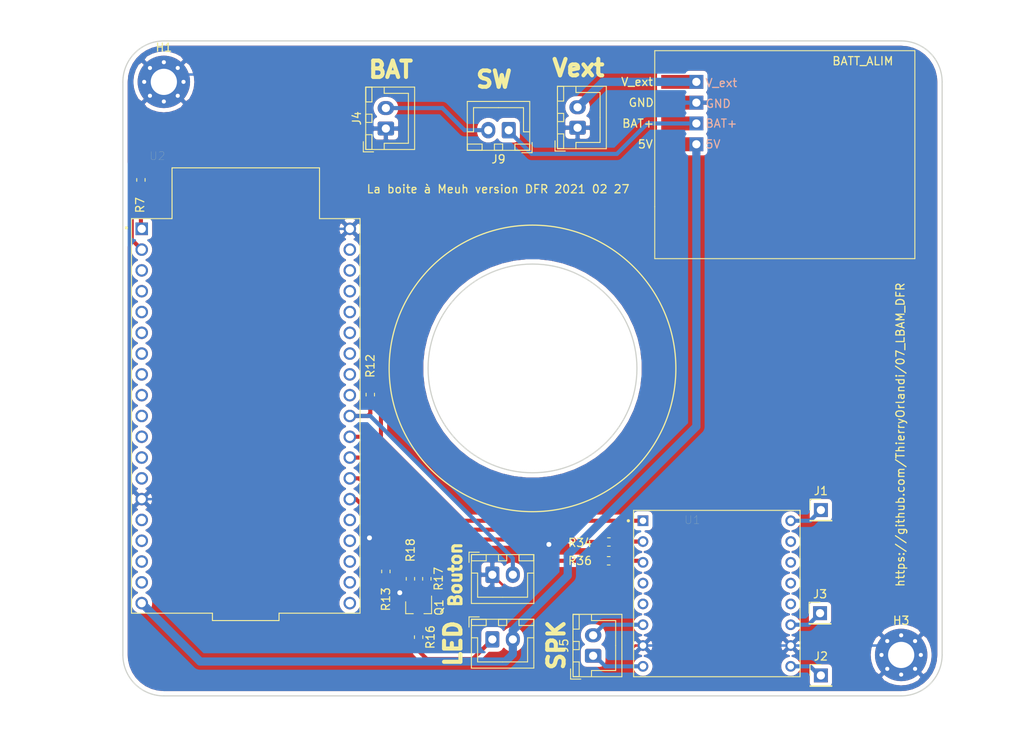
<source format=kicad_pcb>
(kicad_pcb (version 20171130) (host pcbnew "(5.1.6)-1")
  (layers (0 F.Cu signal) (31 B.Cu signal) (34 B.Paste user hide) (35 F.Paste user hide) (36 B.SilkS user) (37 F.SilkS user) (38 B.Mask user hide) (39 F.Mask user hide) (44 Edge.Cuts user))
  (net 0 "")
  (net 1 GND)
  (net 2 "Net-(U1-Pad14)")
  (net 3 "Net-(U1-Pad15)")
  (net 4 "Net-(U2-Pad16)")
  (net 5 "Net-(U2-Pad17)")
  (net 6 "Net-(U2-Pad18)")
  (net 7 "Net-(U2-Pad20)")
  (net 8 "Net-(U2-Pad21)")
  (net 9 "Net-(U2-Pad22)")
  (net 10 "Net-(U2-Pad32)")
  (net 11 5V)
  (net 12 "Net-(J4-Pad2)")
  (net 13 bouton1)
  (net 14 "Net-(J26-Pad1)")
  (net 15 "Net-(Q1-Pad1)")
  (net 16 "Net-(Q1-Pad3)")
  (net 17 3V3)
  (net 18 "Net-(R7-Pad1)")
  (net 19 ESP2DFR)
  (net 20 DFR2ESP)
  (net 21 LED_out)
  (net 22 /Batt_alim/V_ext)
  (net 23 "Net-(J5-Pad1)")
  (net 24 "Net-(J5-Pad2)")
  (net 25 "Net-(U1-Pad12)")
  (net 26 "Net-(U1-Pad13)")
  (net 27 "Net-(U2-Pad35)")
  (net 28 "Net-(U2-Pad34)")
  (net 29 "Net-(J9-Pad1)")
  (net 30 "Net-(J1-Pad1)")
  (net 31 "Net-(R13-Pad2)")
  (net 32 "Net-(U1-Pad5)")
  (net 33 "Net-(U1-Pad4)")
  (net 34 "Net-(U2-Pad37)")
  (net 35 "Net-(U2-Pad36)")
  (net 36 "Net-(U2-Pad33)")
  (net 37 "Net-(U2-Pad31)")
  (net 38 "Net-(U2-Pad30)")
  (net 39 "Net-(U2-Pad24)")
  (net 40 "Net-(U2-Pad23)")
  (net 41 "Net-(U2-Pad15)")
  (net 42 "Net-(U2-Pad13)")
  (net 43 "Net-(U2-Pad12)")
  (net 44 "Net-(U2-Pad11)")
  (net 45 "Net-(U2-Pad10)")
  (net 46 "Net-(U2-Pad9)")
  (net 47 "Net-(U2-Pad8)")
  (net 48 "Net-(U2-Pad7)")
  (net 49 "Net-(U2-Pad6)")
  (net 50 "Net-(U2-Pad5)")
  (net 51 "Net-(U2-Pad4)")
  (net 52 "Net-(U2-Pad3)")
  (net 53 next)
  (net 54 prev)
  (net 55 "Net-(R34-Pad1)")
  (net 56 "Net-(R36-Pad1)")
  (module Chimere:MODULE_ESP32-DEVKITC (layer F.Cu) (at 115 110.8)
    (fp_text reference U2 (at -10.795 -31.75) (layer F.SilkS) (effects (font (thickness 0.015))))
    (fp_text value ESP32-DEVKITC)
    (fp_circle (center -14.57 -22.97) (end -14.47 -22.97) (layer F.SilkS) (width 0.2))
    (fp_line (start -13.95 -24.1) (end -13.95 24.1) (layer F.SilkS) (width 0.127))
    (fp_line (start 13.95 24.1) (end 13.95 -24.1) (layer F.SilkS) (width 0.127))
    (fp_line (start 13.95 -24.1) (end 9 -24.1) (layer F.SilkS) (width 0.127))
    (fp_line (start -9 -24.1) (end -13.95 -24.1) (layer F.SilkS) (width 0.127))
    (fp_line (start -9 -24.1) (end -9 -30.3) (layer F.SilkS) (width 0.127))
    (fp_line (start -9 -30.3) (end 9 -30.3) (layer F.SilkS) (width 0.127))
    (fp_line (start 9 -30.3) (end 9 -24.1) (layer F.SilkS) (width 0.127))
    (fp_line (start -13.95 24.1) (end -4.07 24.1) (layer F.SilkS) (width 0.127))
    (fp_line (start -4.07 24.1) (end -4.07 25) (layer F.SilkS) (width 0.127))
    (fp_line (start -4.07 25) (end 4.06 25) (layer F.SilkS) (width 0.127))
    (fp_line (start 4.06 25) (end 4.06 24.1) (layer F.SilkS) (width 0.127))
    (fp_line (start 4.06 24.1) (end 13.95 24.1) (layer F.SilkS) (width 0.127))
    (pad 38 thru_hole circle (at 12.7 -22.85) (size 1.53 1.53) (drill 1.02) (layers *.Cu *.Mask) (net 1 GND))
    (pad 37 thru_hole circle (at 12.7 -20.31) (size 1.53 1.53) (drill 1.02) (layers *.Cu *.Mask) (net 34 "Net-(U2-Pad37)"))
    (pad 36 thru_hole circle (at 12.7 -17.77) (size 1.53 1.53) (drill 1.02) (layers *.Cu *.Mask) (net 35 "Net-(U2-Pad36)"))
    (pad 35 thru_hole circle (at 12.7 -15.23) (size 1.53 1.53) (drill 1.02) (layers *.Cu *.Mask) (net 27 "Net-(U2-Pad35)"))
    (pad 34 thru_hole circle (at 12.7 -12.69) (size 1.53 1.53) (drill 1.02) (layers *.Cu *.Mask) (net 28 "Net-(U2-Pad34)"))
    (pad 33 thru_hole circle (at 12.7 -10.15) (size 1.53 1.53) (drill 1.02) (layers *.Cu *.Mask) (net 36 "Net-(U2-Pad33)"))
    (pad 32 thru_hole circle (at 12.7 -7.61) (size 1.53 1.53) (drill 1.02) (layers *.Cu *.Mask) (net 10 "Net-(U2-Pad32)"))
    (pad 31 thru_hole circle (at 12.7 -5.07) (size 1.53 1.53) (drill 1.02) (layers *.Cu *.Mask) (net 37 "Net-(U2-Pad31)"))
    (pad 30 thru_hole circle (at 12.7 -2.53) (size 1.53 1.53) (drill 1.02) (layers *.Cu *.Mask) (net 38 "Net-(U2-Pad30)"))
    (pad 29 thru_hole circle (at 12.7 0.01) (size 1.53 1.53) (drill 1.02) (layers *.Cu *.Mask) (net 13 bouton1))
    (pad 28 thru_hole circle (at 12.7 2.55) (size 1.53 1.53) (drill 1.02) (layers *.Cu *.Mask) (net 55 "Net-(R34-Pad1)"))
    (pad 27 thru_hole circle (at 12.7 5.09) (size 1.53 1.53) (drill 1.02) (layers *.Cu *.Mask) (net 56 "Net-(R36-Pad1)"))
    (pad 26 thru_hole circle (at 12.7 7.63) (size 1.53 1.53) (drill 1.02) (layers *.Cu *.Mask) (net 21 LED_out))
    (pad 25 thru_hole circle (at 12.7 10.17) (size 1.53 1.53) (drill 1.02) (layers *.Cu *.Mask) (net 31 "Net-(R13-Pad2)"))
    (pad 24 thru_hole circle (at 12.7 12.71) (size 1.53 1.53) (drill 1.02) (layers *.Cu *.Mask) (net 39 "Net-(U2-Pad24)"))
    (pad 23 thru_hole circle (at 12.7 15.25) (size 1.53 1.53) (drill 1.02) (layers *.Cu *.Mask) (net 40 "Net-(U2-Pad23)"))
    (pad 22 thru_hole circle (at 12.7 17.79) (size 1.53 1.53) (drill 1.02) (layers *.Cu *.Mask) (net 9 "Net-(U2-Pad22)"))
    (pad 21 thru_hole circle (at 12.7 20.33) (size 1.53 1.53) (drill 1.02) (layers *.Cu *.Mask) (net 8 "Net-(U2-Pad21)"))
    (pad 20 thru_hole circle (at 12.7 22.87) (size 1.53 1.53) (drill 1.02) (layers *.Cu *.Mask) (net 7 "Net-(U2-Pad20)"))
    (pad 19 thru_hole circle (at -12.7 22.87) (size 1.53 1.53) (drill 1.02) (layers *.Cu *.Mask) (net 11 5V))
    (pad 18 thru_hole circle (at -12.7 20.33) (size 1.53 1.53) (drill 1.02) (layers *.Cu *.Mask) (net 6 "Net-(U2-Pad18)"))
    (pad 17 thru_hole circle (at -12.7 17.79) (size 1.53 1.53) (drill 1.02) (layers *.Cu *.Mask) (net 5 "Net-(U2-Pad17)"))
    (pad 16 thru_hole circle (at -12.7 15.25) (size 1.53 1.53) (drill 1.02) (layers *.Cu *.Mask) (net 4 "Net-(U2-Pad16)"))
    (pad 15 thru_hole circle (at -12.7 12.71) (size 1.53 1.53) (drill 1.02) (layers *.Cu *.Mask) (net 41 "Net-(U2-Pad15)"))
    (pad 14 thru_hole circle (at -12.7 10.17) (size 1.53 1.53) (drill 1.02) (layers *.Cu *.Mask) (net 1 GND))
    (pad 13 thru_hole circle (at -12.7 7.63) (size 1.53 1.53) (drill 1.02) (layers *.Cu *.Mask) (net 42 "Net-(U2-Pad13)"))
    (pad 12 thru_hole circle (at -12.7 5.09) (size 1.53 1.53) (drill 1.02) (layers *.Cu *.Mask) (net 43 "Net-(U2-Pad12)"))
    (pad 11 thru_hole circle (at -12.7 2.55) (size 1.53 1.53) (drill 1.02) (layers *.Cu *.Mask) (net 44 "Net-(U2-Pad11)"))
    (pad 10 thru_hole circle (at -12.7 0.01) (size 1.53 1.53) (drill 1.02) (layers *.Cu *.Mask) (net 45 "Net-(U2-Pad10)"))
    (pad 9 thru_hole circle (at -12.7 -2.53) (size 1.53 1.53) (drill 1.02) (layers *.Cu *.Mask) (net 46 "Net-(U2-Pad9)"))
    (pad 8 thru_hole circle (at -12.7 -5.07) (size 1.53 1.53) (drill 1.02) (layers *.Cu *.Mask) (net 47 "Net-(U2-Pad8)"))
    (pad 7 thru_hole circle (at -12.7 -7.61) (size 1.53 1.53) (drill 1.02) (layers *.Cu *.Mask) (net 48 "Net-(U2-Pad7)"))
    (pad 6 thru_hole circle (at -12.7 -10.15) (size 1.53 1.53) (drill 1.02) (layers *.Cu *.Mask) (net 49 "Net-(U2-Pad6)"))
    (pad 5 thru_hole circle (at -12.7 -12.69) (size 1.53 1.53) (drill 1.02) (layers *.Cu *.Mask) (net 50 "Net-(U2-Pad5)"))
    (pad 4 thru_hole circle (at -12.7 -15.23) (size 1.53 1.53) (drill 1.02) (layers *.Cu *.Mask) (net 51 "Net-(U2-Pad4)"))
    (pad 3 thru_hole circle (at -12.7 -17.77) (size 1.53 1.53) (drill 1.02) (layers *.Cu *.Mask) (net 52 "Net-(U2-Pad3)"))
    (pad 2 thru_hole circle (at -12.7 -20.31) (size 1.53 1.53) (drill 1.02) (layers *.Cu *.Mask) (net 18 "Net-(R7-Pad1)"))
    (pad 1 thru_hole rect (at -12.7 -22.85) (size 1.53 1.53) (drill 1.02) (layers *.Cu *.Mask) (net 17 3V3))
  )
  (module Package_TO_SOT_SMD:SOT-23 (layer F.Cu) (at 136.1 134.2 270)
    (fp_text reference Q1 (at 0 -2.5 270) (layer F.SilkS))
    (fp_text value 2N7002)
    (fp_line (start 0.76 1.58) (end -0.7 1.58) (layer F.SilkS) (width 0.12))
    (fp_line (start 0.76 -1.58) (end -1.4 -1.58) (layer F.SilkS) (width 0.12))
    (fp_line (start 0.76 -1.58) (end 0.76 -0.65) (layer F.SilkS) (width 0.12))
    (fp_line (start 0.76 1.58) (end 0.76 0.65) (layer F.SilkS) (width 0.12))
    (pad 3 smd rect (at 1 0 270) (size 0.9 0.8) (layers F.Cu F.Paste F.Mask) (net 16 "Net-(Q1-Pad3)"))
    (pad 2 smd rect (at -1 0.95 270) (size 0.9 0.8) (layers F.Cu F.Paste F.Mask) (net 1 GND))
    (pad 1 smd rect (at -1 -0.95 270) (size 0.9 0.8) (layers F.Cu F.Paste F.Mask) (net 15 "Net-(Q1-Pad1)"))
  )
  (module MountingHole:MountingHole_3.2mm_M3_Pad_Via (layer F.Cu) (at 195 140)
    (fp_text reference H3 (at 0 -4.2) (layer F.SilkS))
    (fp_text value MountingHole_Pad)
    (pad 1 thru_hole circle (at 1.697056 -1.697056) (size 0.8 0.8) (drill 0.5) (layers *.Cu *.Mask) (net 1 GND))
    (pad 1 thru_hole circle (at 0 -2.4) (size 0.8 0.8) (drill 0.5) (layers *.Cu *.Mask) (net 1 GND))
    (pad 1 thru_hole circle (at -1.697056 -1.697056) (size 0.8 0.8) (drill 0.5) (layers *.Cu *.Mask) (net 1 GND))
    (pad 1 thru_hole circle (at -2.4 0) (size 0.8 0.8) (drill 0.5) (layers *.Cu *.Mask) (net 1 GND))
    (pad 1 thru_hole circle (at -1.697056 1.697056) (size 0.8 0.8) (drill 0.5) (layers *.Cu *.Mask) (net 1 GND))
    (pad 1 thru_hole circle (at 0 2.4) (size 0.8 0.8) (drill 0.5) (layers *.Cu *.Mask) (net 1 GND))
    (pad 1 thru_hole circle (at 1.697056 1.697056) (size 0.8 0.8) (drill 0.5) (layers *.Cu *.Mask) (net 1 GND))
    (pad 1 thru_hole circle (at 2.4 0) (size 0.8 0.8) (drill 0.5) (layers *.Cu *.Mask) (net 1 GND))
    (pad 1 thru_hole circle (at 0 0) (size 6.4 6.4) (drill 3.2) (layers *.Cu *.Mask) (net 1 GND))
  )
  (module MountingHole:MountingHole_3.2mm_M3_Pad_Via (layer F.Cu) (at 105 70)
    (fp_text reference H1 (at 0 -4.2) (layer F.SilkS))
    (fp_text value MountingHole_Pad)
    (pad 1 thru_hole circle (at 1.697056 -1.697056) (size 0.8 0.8) (drill 0.5) (layers *.Cu *.Mask) (net 1 GND))
    (pad 1 thru_hole circle (at 0 -2.4) (size 0.8 0.8) (drill 0.5) (layers *.Cu *.Mask) (net 1 GND))
    (pad 1 thru_hole circle (at -1.697056 -1.697056) (size 0.8 0.8) (drill 0.5) (layers *.Cu *.Mask) (net 1 GND))
    (pad 1 thru_hole circle (at -2.4 0) (size 0.8 0.8) (drill 0.5) (layers *.Cu *.Mask) (net 1 GND))
    (pad 1 thru_hole circle (at -1.697056 1.697056) (size 0.8 0.8) (drill 0.5) (layers *.Cu *.Mask) (net 1 GND))
    (pad 1 thru_hole circle (at 0 2.4) (size 0.8 0.8) (drill 0.5) (layers *.Cu *.Mask) (net 1 GND))
    (pad 1 thru_hole circle (at 1.697056 1.697056) (size 0.8 0.8) (drill 0.5) (layers *.Cu *.Mask) (net 1 GND))
    (pad 1 thru_hole circle (at 2.4 0) (size 0.8 0.8) (drill 0.5) (layers *.Cu *.Mask) (net 1 GND))
    (pad 1 thru_hole circle (at 0 0) (size 6.4 6.4) (drill 3.2) (layers *.Cu *.Mask) (net 1 GND))
  )
  (module Chimere:MODULE_DFR0299 (layer F.Cu) (at 172.5 132.5)
    (fp_text reference U1 (at -3 -9) (layer F.SilkS) (effects (font (thickness 0.015))))
    (fp_text value DFR0299)
    (fp_circle (center -10.8 -8.89) (end -10.7 -8.89) (layer F.SilkS) (width 0.2))
    (fp_line (start 10.16 10.16) (end -10.16 10.16) (layer F.SilkS) (width 0.127))
    (fp_line (start 10.16 -10.16) (end 10.16 10.16) (layer F.SilkS) (width 0.127))
    (fp_line (start -10.16 -10.16) (end 10.16 -10.16) (layer F.SilkS) (width 0.127))
    (fp_line (start -10.16 10.16) (end -10.16 -10.16) (layer F.SilkS) (width 0.127))
    (pad 9 thru_hole circle (at 9.017 8.89) (size 1.308 1.308) (drill 0.8) (layers *.Cu *.Mask) (net 53 next))
    (pad 8 thru_hole circle (at -9.017 8.89) (size 1.308 1.308) (drill 0.8) (layers *.Cu *.Mask) (net 23 "Net-(J5-Pad1)"))
    (pad 16 thru_hole circle (at 9.017 -8.89) (size 1.308 1.308) (drill 0.8) (layers *.Cu *.Mask) (net 30 "Net-(J1-Pad1)"))
    (pad 1 thru_hole rect (at -9.017 -8.89) (size 1.308 1.308) (drill 0.8) (layers *.Cu *.Mask) (net 17 3V3))
    (pad 10 thru_hole circle (at 9.017 6.35) (size 1.308 1.308) (drill 0.8) (layers *.Cu *.Mask) (net 1 GND))
    (pad 7 thru_hole circle (at -9.017 6.35) (size 1.308 1.308) (drill 0.8) (layers *.Cu *.Mask) (net 1 GND))
    (pad 15 thru_hole circle (at 9.017 -6.35) (size 1.308 1.308) (drill 0.8) (layers *.Cu *.Mask) (net 3 "Net-(U1-Pad15)"))
    (pad 2 thru_hole circle (at -9.017 -6.35) (size 1.308 1.308) (drill 0.8) (layers *.Cu *.Mask) (net 19 ESP2DFR))
    (pad 11 thru_hole circle (at 9.017 3.81) (size 1.308 1.308) (drill 0.8) (layers *.Cu *.Mask) (net 54 prev))
    (pad 14 thru_hole circle (at 9.017 -3.81) (size 1.308 1.308) (drill 0.8) (layers *.Cu *.Mask) (net 2 "Net-(U1-Pad14)"))
    (pad 3 thru_hole circle (at -9.017 -3.81) (size 1.308 1.308) (drill 0.8) (layers *.Cu *.Mask) (net 20 DFR2ESP))
    (pad 6 thru_hole circle (at -9.017 3.81) (size 1.308 1.308) (drill 0.8) (layers *.Cu *.Mask) (net 24 "Net-(J5-Pad2)"))
    (pad 12 thru_hole circle (at 9.017 1.27) (size 1.308 1.308) (drill 0.8) (layers *.Cu *.Mask) (net 25 "Net-(U1-Pad12)"))
    (pad 13 thru_hole circle (at 9.017 -1.27) (size 1.308 1.308) (drill 0.8) (layers *.Cu *.Mask) (net 26 "Net-(U1-Pad13)"))
    (pad 5 thru_hole circle (at -9.017 1.27) (size 1.308 1.308) (drill 0.8) (layers *.Cu *.Mask) (net 32 "Net-(U1-Pad5)"))
    (pad 4 thru_hole circle (at -9.017 -1.27) (size 1.308 1.308) (drill 0.8) (layers *.Cu *.Mask) (net 33 "Net-(U1-Pad4)"))
  )
  (module Connector_JST:JST_XH_B2B-XH-A_1x02_P2.50mm_Vertical (layer F.Cu) (at 145.1 130.2)
    (fp_text reference J18 hide)
    (fp_text value Conn_01x02)
    (fp_line (start -2.85 -2.75) (end -2.85 -1.5) (layer F.SilkS) (width 0.12))
    (fp_line (start -1.6 -2.75) (end -2.85 -2.75) (layer F.SilkS) (width 0.12))
    (fp_line (start 4.3 2.75) (end 1.25 2.75) (layer F.SilkS) (width 0.12))
    (fp_line (start 4.3 -0.2) (end 4.3 2.75) (layer F.SilkS) (width 0.12))
    (fp_line (start 5.05 -0.2) (end 4.3 -0.2) (layer F.SilkS) (width 0.12))
    (fp_line (start -1.8 2.75) (end 1.25 2.75) (layer F.SilkS) (width 0.12))
    (fp_line (start -1.8 -0.2) (end -1.8 2.75) (layer F.SilkS) (width 0.12))
    (fp_line (start -2.55 -0.2) (end -1.8 -0.2) (layer F.SilkS) (width 0.12))
    (fp_line (start 5.05 -2.45) (end 3.25 -2.45) (layer F.SilkS) (width 0.12))
    (fp_line (start 5.05 -1.7) (end 5.05 -2.45) (layer F.SilkS) (width 0.12))
    (fp_line (start 3.25 -1.7) (end 5.05 -1.7) (layer F.SilkS) (width 0.12))
    (fp_line (start 3.25 -2.45) (end 3.25 -1.7) (layer F.SilkS) (width 0.12))
    (fp_line (start -0.75 -2.45) (end -2.55 -2.45) (layer F.SilkS) (width 0.12))
    (fp_line (start -0.75 -1.7) (end -0.75 -2.45) (layer F.SilkS) (width 0.12))
    (fp_line (start -2.55 -1.7) (end -0.75 -1.7) (layer F.SilkS) (width 0.12))
    (fp_line (start -2.55 -2.45) (end -2.55 -1.7) (layer F.SilkS) (width 0.12))
    (fp_line (start 1.75 -2.45) (end 0.75 -2.45) (layer F.SilkS) (width 0.12))
    (fp_line (start 1.75 -1.7) (end 1.75 -2.45) (layer F.SilkS) (width 0.12))
    (fp_line (start 0.75 -1.7) (end 1.75 -1.7) (layer F.SilkS) (width 0.12))
    (fp_line (start 0.75 -2.45) (end 0.75 -1.7) (layer F.SilkS) (width 0.12))
    (fp_line (start 5.06 -2.46) (end -2.56 -2.46) (layer F.SilkS) (width 0.12))
    (fp_line (start 5.06 3.51) (end 5.06 -2.46) (layer F.SilkS) (width 0.12))
    (fp_line (start -2.56 3.51) (end 5.06 3.51) (layer F.SilkS) (width 0.12))
    (fp_line (start -2.56 -2.46) (end -2.56 3.51) (layer F.SilkS) (width 0.12))
    (pad 2 thru_hole oval (at 2.5 0) (size 1.7 2) (drill 1) (layers *.Cu *.Mask) (net 13 bouton1))
    (pad 1 thru_hole roundrect (at 0 0) (size 1.7 2) (drill 1) (layers *.Cu *.Mask) (roundrect_rratio 0.147059) (net 1 GND))
  )
  (module Connector_JST:JST_XH_B2B-XH-A_1x02_P2.50mm_Vertical (layer F.Cu) (at 145.1 138.1)
    (fp_text reference J26 hide)
    (fp_text value Conn_01x02)
    (fp_line (start -2.85 -2.75) (end -2.85 -1.5) (layer F.SilkS) (width 0.12))
    (fp_line (start -1.6 -2.75) (end -2.85 -2.75) (layer F.SilkS) (width 0.12))
    (fp_line (start 4.3 2.75) (end 1.25 2.75) (layer F.SilkS) (width 0.12))
    (fp_line (start 4.3 -0.2) (end 4.3 2.75) (layer F.SilkS) (width 0.12))
    (fp_line (start 5.05 -0.2) (end 4.3 -0.2) (layer F.SilkS) (width 0.12))
    (fp_line (start -1.8 2.75) (end 1.25 2.75) (layer F.SilkS) (width 0.12))
    (fp_line (start -1.8 -0.2) (end -1.8 2.75) (layer F.SilkS) (width 0.12))
    (fp_line (start -2.55 -0.2) (end -1.8 -0.2) (layer F.SilkS) (width 0.12))
    (fp_line (start 5.05 -2.45) (end 3.25 -2.45) (layer F.SilkS) (width 0.12))
    (fp_line (start 5.05 -1.7) (end 5.05 -2.45) (layer F.SilkS) (width 0.12))
    (fp_line (start 3.25 -1.7) (end 5.05 -1.7) (layer F.SilkS) (width 0.12))
    (fp_line (start 3.25 -2.45) (end 3.25 -1.7) (layer F.SilkS) (width 0.12))
    (fp_line (start -0.75 -2.45) (end -2.55 -2.45) (layer F.SilkS) (width 0.12))
    (fp_line (start -0.75 -1.7) (end -0.75 -2.45) (layer F.SilkS) (width 0.12))
    (fp_line (start -2.55 -1.7) (end -0.75 -1.7) (layer F.SilkS) (width 0.12))
    (fp_line (start -2.55 -2.45) (end -2.55 -1.7) (layer F.SilkS) (width 0.12))
    (fp_line (start 1.75 -2.45) (end 0.75 -2.45) (layer F.SilkS) (width 0.12))
    (fp_line (start 1.75 -1.7) (end 1.75 -2.45) (layer F.SilkS) (width 0.12))
    (fp_line (start 0.75 -1.7) (end 1.75 -1.7) (layer F.SilkS) (width 0.12))
    (fp_line (start 0.75 -2.45) (end 0.75 -1.7) (layer F.SilkS) (width 0.12))
    (fp_line (start 5.06 -2.46) (end -2.56 -2.46) (layer F.SilkS) (width 0.12))
    (fp_line (start 5.06 3.51) (end 5.06 -2.46) (layer F.SilkS) (width 0.12))
    (fp_line (start -2.56 3.51) (end 5.06 3.51) (layer F.SilkS) (width 0.12))
    (fp_line (start -2.56 -2.46) (end -2.56 3.51) (layer F.SilkS) (width 0.12))
    (pad 2 thru_hole oval (at 2.5 0) (size 1.7 2) (drill 1) (layers *.Cu *.Mask) (net 11 5V))
    (pad 1 thru_hole roundrect (at 0 0) (size 1.7 2) (drill 1) (layers *.Cu *.Mask) (roundrect_rratio 0.147059) (net 14 "Net-(J26-Pad1)"))
  )
  (module Connector_JST:JST_XH_B2B-XH-A_1x02_P2.50mm_Vertical (layer F.Cu) (at 155.5 75.6 90)
    (fp_text reference J27 hide)
    (fp_text value Conn_01x02)
    (fp_line (start -2.85 -2.75) (end -2.85 -1.5) (layer F.SilkS) (width 0.12))
    (fp_line (start -1.6 -2.75) (end -2.85 -2.75) (layer F.SilkS) (width 0.12))
    (fp_line (start 4.3 2.75) (end 1.25 2.75) (layer F.SilkS) (width 0.12))
    (fp_line (start 4.3 -0.2) (end 4.3 2.75) (layer F.SilkS) (width 0.12))
    (fp_line (start 5.05 -0.2) (end 4.3 -0.2) (layer F.SilkS) (width 0.12))
    (fp_line (start -1.8 2.75) (end 1.25 2.75) (layer F.SilkS) (width 0.12))
    (fp_line (start -1.8 -0.2) (end -1.8 2.75) (layer F.SilkS) (width 0.12))
    (fp_line (start -2.55 -0.2) (end -1.8 -0.2) (layer F.SilkS) (width 0.12))
    (fp_line (start 5.05 -2.45) (end 3.25 -2.45) (layer F.SilkS) (width 0.12))
    (fp_line (start 5.05 -1.7) (end 5.05 -2.45) (layer F.SilkS) (width 0.12))
    (fp_line (start 3.25 -1.7) (end 5.05 -1.7) (layer F.SilkS) (width 0.12))
    (fp_line (start 3.25 -2.45) (end 3.25 -1.7) (layer F.SilkS) (width 0.12))
    (fp_line (start -0.75 -2.45) (end -2.55 -2.45) (layer F.SilkS) (width 0.12))
    (fp_line (start -0.75 -1.7) (end -0.75 -2.45) (layer F.SilkS) (width 0.12))
    (fp_line (start -2.55 -1.7) (end -0.75 -1.7) (layer F.SilkS) (width 0.12))
    (fp_line (start -2.55 -2.45) (end -2.55 -1.7) (layer F.SilkS) (width 0.12))
    (fp_line (start 1.75 -2.45) (end 0.75 -2.45) (layer F.SilkS) (width 0.12))
    (fp_line (start 1.75 -1.7) (end 1.75 -2.45) (layer F.SilkS) (width 0.12))
    (fp_line (start 0.75 -1.7) (end 1.75 -1.7) (layer F.SilkS) (width 0.12))
    (fp_line (start 0.75 -2.45) (end 0.75 -1.7) (layer F.SilkS) (width 0.12))
    (fp_line (start 5.06 -2.46) (end -2.56 -2.46) (layer F.SilkS) (width 0.12))
    (fp_line (start 5.06 3.51) (end 5.06 -2.46) (layer F.SilkS) (width 0.12))
    (fp_line (start -2.56 3.51) (end 5.06 3.51) (layer F.SilkS) (width 0.12))
    (fp_line (start -2.56 -2.46) (end -2.56 3.51) (layer F.SilkS) (width 0.12))
    (pad 2 thru_hole oval (at 2.5 0 90) (size 1.7 2) (drill 1) (layers *.Cu *.Mask) (net 22 /Batt_alim/V_ext))
    (pad 1 thru_hole roundrect (at 0 0 90) (size 1.7 2) (drill 1) (layers *.Cu *.Mask) (roundrect_rratio 0.147059) (net 1 GND))
  )
  (module Resistor_SMD:R_0603_1608Metric_Pad1.05x0.95mm_HandSolder (layer F.Cu) (at 102.2 81.975 270)
    (fp_text reference R7 (at 3.075 0.1 270) (layer F.SilkS))
    (fp_text value 100k)
    (fp_line (start -0.171267 0.51) (end 0.171267 0.51) (layer F.SilkS) (width 0.12))
    (fp_line (start -0.171267 -0.51) (end 0.171267 -0.51) (layer F.SilkS) (width 0.12))
    (pad 2 smd roundrect (at 0.875 0 270) (size 1.05 0.95) (layers F.Cu F.Paste F.Mask) (net 17 3V3))
    (pad 1 smd roundrect (at -0.875 0 270) (size 1.05 0.95) (layers F.Cu F.Paste F.Mask) (net 18 "Net-(R7-Pad1)"))
  )
  (module Resistor_SMD:R_0603_1608Metric_Pad1.05x0.95mm_HandSolder (layer F.Cu) (at 130.2 108.2 90)
    (fp_text reference R12 (at 3.5 0 90) (layer F.SilkS))
    (fp_text value 100k)
    (fp_line (start -0.171267 0.51) (end 0.171267 0.51) (layer F.SilkS) (width 0.12))
    (fp_line (start -0.171267 -0.51) (end 0.171267 -0.51) (layer F.SilkS) (width 0.12))
    (pad 2 smd roundrect (at 0.875 0 90) (size 1.05 0.95) (layers F.Cu F.Paste F.Mask) (net 17 3V3))
    (pad 1 smd roundrect (at -0.875 0 90) (size 1.05 0.95) (layers F.Cu F.Paste F.Mask) (net 13 bouton1))
  )
  (module Resistor_SMD:R_0603_1608Metric_Pad1.05x0.95mm_HandSolder (layer F.Cu) (at 132.1 129.8 90)
    (fp_text reference R13 (at -3.4 0 270) (layer F.SilkS))
    (fp_text value 100k)
    (fp_line (start -0.171267 0.51) (end 0.171267 0.51) (layer F.SilkS) (width 0.12))
    (fp_line (start -0.171267 -0.51) (end 0.171267 -0.51) (layer F.SilkS) (width 0.12))
    (pad 2 smd roundrect (at 0.875 0 90) (size 1.05 0.95) (layers F.Cu F.Paste F.Mask) (net 31 "Net-(R13-Pad2)"))
    (pad 1 smd roundrect (at -0.875 0 90) (size 1.05 0.95) (layers F.Cu F.Paste F.Mask) (net 17 3V3))
  )
  (module Resistor_SMD:R_0603_1608Metric_Pad1.05x0.95mm_HandSolder (layer F.Cu) (at 136.1 137.825 270)
    (fp_text reference R16 (at 0 -1.43 270) (layer F.SilkS))
    (fp_text value 1k)
    (fp_line (start -0.171267 0.51) (end 0.171267 0.51) (layer F.SilkS) (width 0.12))
    (fp_line (start -0.171267 -0.51) (end 0.171267 -0.51) (layer F.SilkS) (width 0.12))
    (pad 2 smd roundrect (at 0.875 0 270) (size 1.05 0.95) (layers F.Cu F.Paste F.Mask) (net 14 "Net-(J26-Pad1)"))
    (pad 1 smd roundrect (at -0.875 0 270) (size 1.05 0.95) (layers F.Cu F.Paste F.Mask) (net 16 "Net-(Q1-Pad3)"))
  )
  (module Resistor_SMD:R_0603_1608Metric_Pad1.05x0.95mm_HandSolder (layer F.Cu) (at 137.1 130.7 270)
    (fp_text reference R17 (at 0 -1.43 270) (layer F.SilkS))
    (fp_text value 100)
    (fp_line (start -0.171267 0.51) (end 0.171267 0.51) (layer F.SilkS) (width 0.12))
    (fp_line (start -0.171267 -0.51) (end 0.171267 -0.51) (layer F.SilkS) (width 0.12))
    (pad 2 smd roundrect (at 0.875 0 270) (size 1.05 0.95) (layers F.Cu F.Paste F.Mask) (net 15 "Net-(Q1-Pad1)"))
    (pad 1 smd roundrect (at -0.875 0 270) (size 1.05 0.95) (layers F.Cu F.Paste F.Mask) (net 21 LED_out))
  )
  (module Resistor_SMD:R_0603_1608Metric_Pad1.05x0.95mm_HandSolder (layer F.Cu) (at 135.1 130.7 90)
    (fp_text reference R18 (at 3.5 0 270) (layer F.SilkS))
    (fp_text value 100k)
    (fp_line (start -0.171267 0.51) (end 0.171267 0.51) (layer F.SilkS) (width 0.12))
    (fp_line (start -0.171267 -0.51) (end 0.171267 -0.51) (layer F.SilkS) (width 0.12))
    (pad 2 smd roundrect (at 0.875 0 90) (size 1.05 0.95) (layers F.Cu F.Paste F.Mask) (net 21 LED_out))
    (pad 1 smd roundrect (at -0.875 0 90) (size 1.05 0.95) (layers F.Cu F.Paste F.Mask) (net 1 GND))
  )
  (module Chimere:Batt_Alim (layer F.Cu) (at 170 70)
    (fp_text reference U4 hide)
    (fp_text value Batt_Alim)
    (fp_line (start -5.08 21.59) (end -5.08 15.24) (layer F.SilkS) (width 0.12))
    (fp_line (start 26.67 21.59) (end -5.08 21.59) (layer F.SilkS) (width 0.12))
    (fp_line (start 26.67 -3.81) (end 26.67 21.59) (layer F.SilkS) (width 0.12))
    (fp_line (start -5.08 -3.81) (end 26.67 -3.81) (layer F.SilkS) (width 0.12))
    (fp_line (start -5.08 15.24) (end -5.08 -3.81) (layer F.SilkS) (width 0.12))
    (fp_text user GND (at 2.667 2.667) (layer B.SilkS))
    (fp_text user V_ext (at 3.048 0.127) (layer B.SilkS))
    (fp_text user BAT+ (at 3.048 5.08) (layer B.SilkS))
    (fp_text user 5V (at -6.223 7.62) (layer F.SilkS))
    (fp_text user BATT_ALIM (at 20.32 -2.54) (layer F.SilkS))
    (fp_text user V_ext (at -7.239 0) (layer F.SilkS))
    (fp_text user GND (at -6.731 2.54) (layer F.SilkS))
    (fp_text user BAT+ (at -7.112 5.08) (layer F.SilkS))
    (fp_text user 5V (at 2.032 7.62) (layer B.SilkS))
    (pad 1 thru_hole rect (at 0 0) (size 1.7 1.7) (drill 1) (layers *.Cu *.Mask) (net 22 /Batt_alim/V_ext))
    (pad 2 thru_hole rect (at 0 2.54) (size 1.7 1.7) (drill 1) (layers *.Cu *.Mask) (net 1 GND))
    (pad 3 thru_hole rect (at 0 5.08) (size 1.7 1.7) (drill 1) (layers *.Cu *.Mask) (net 29 "Net-(J9-Pad1)"))
    (pad 4 thru_hole rect (at 0 7.62) (size 1.7 1.7) (drill 1) (layers *.Cu *.Mask) (net 11 5V))
    (pad 1 smd rect (at -2.54 0 180) (size 3.5 1.7) (layers F.Cu F.Paste F.Mask) (net 22 /Batt_alim/V_ext))
    (pad 2 smd rect (at -2.54 2.54 180) (size 3.5 1.7) (layers F.Cu F.Paste F.Mask) (net 1 GND))
    (pad 3 smd rect (at -2.54 5.08 180) (size 3.5 1.7) (layers F.Cu F.Paste F.Mask) (net 29 "Net-(J9-Pad1)"))
    (pad 4 smd rect (at -2.54 7.62 180) (size 3.5 1.7) (layers F.Cu F.Paste F.Mask) (net 11 5V))
  )
  (module Connector_PinHeader_2.54mm:PinHeader_1x01_P2.54mm_Vertical (layer F.Cu) (at 185.2 122.3)
    (fp_text reference J1 (at 0 -2.33) (layer F.SilkS))
    (fp_text value Conn_01x01)
    (fp_line (start -1.33 -1.33) (end 0 -1.33) (layer F.SilkS) (width 0.12))
    (fp_line (start -1.33 0) (end -1.33 -1.33) (layer F.SilkS) (width 0.12))
    (fp_line (start -1.33 1.27) (end 1.33 1.27) (layer F.SilkS) (width 0.12))
    (fp_line (start 1.33 1.27) (end 1.33 1.33) (layer F.SilkS) (width 0.12))
    (fp_line (start -1.33 1.27) (end -1.33 1.33) (layer F.SilkS) (width 0.12))
    (fp_line (start -1.33 1.33) (end 1.33 1.33) (layer F.SilkS) (width 0.12))
    (pad 1 thru_hole rect (at 0 0) (size 1.7 1.7) (drill 1) (layers *.Cu *.Mask) (net 30 "Net-(J1-Pad1)"))
  )
  (module Connector_PinHeader_2.54mm:PinHeader_1x01_P2.54mm_Vertical (layer F.Cu) (at 185.2 142.5)
    (fp_text reference J2 (at 0 -2.33) (layer F.SilkS))
    (fp_text value Conn_01x01)
    (fp_line (start -1.33 -1.33) (end 0 -1.33) (layer F.SilkS) (width 0.12))
    (fp_line (start -1.33 0) (end -1.33 -1.33) (layer F.SilkS) (width 0.12))
    (fp_line (start -1.33 1.27) (end 1.33 1.27) (layer F.SilkS) (width 0.12))
    (fp_line (start 1.33 1.27) (end 1.33 1.33) (layer F.SilkS) (width 0.12))
    (fp_line (start -1.33 1.27) (end -1.33 1.33) (layer F.SilkS) (width 0.12))
    (fp_line (start -1.33 1.33) (end 1.33 1.33) (layer F.SilkS) (width 0.12))
    (pad 1 thru_hole rect (at 0 0) (size 1.7 1.7) (drill 1) (layers *.Cu *.Mask) (net 53 next))
  )
  (module Connector_PinHeader_2.54mm:PinHeader_1x01_P2.54mm_Vertical (layer F.Cu) (at 185.1 134.9)
    (fp_text reference J3 (at 0 -2.33) (layer F.SilkS))
    (fp_text value Conn_01x01)
    (fp_line (start -1.33 1.33) (end 1.33 1.33) (layer F.SilkS) (width 0.12))
    (fp_line (start -1.33 1.27) (end -1.33 1.33) (layer F.SilkS) (width 0.12))
    (fp_line (start 1.33 1.27) (end 1.33 1.33) (layer F.SilkS) (width 0.12))
    (fp_line (start -1.33 1.27) (end 1.33 1.27) (layer F.SilkS) (width 0.12))
    (fp_line (start -1.33 0) (end -1.33 -1.33) (layer F.SilkS) (width 0.12))
    (fp_line (start -1.33 -1.33) (end 0 -1.33) (layer F.SilkS) (width 0.12))
    (pad 1 thru_hole rect (at 0 0) (size 1.7 1.7) (drill 1) (layers *.Cu *.Mask) (net 54 prev))
  )
  (module Connector_JST:JST_XH_B2B-XH-A_1x02_P2.50mm_Vertical (layer F.Cu) (at 132.1 75.7 90)
    (fp_text reference J4 (at 1.25 -3.55 90) (layer F.SilkS))
    (fp_text value Conn_01x02)
    (fp_line (start -2.85 -2.75) (end -2.85 -1.5) (layer F.SilkS) (width 0.12))
    (fp_line (start -1.6 -2.75) (end -2.85 -2.75) (layer F.SilkS) (width 0.12))
    (fp_line (start 4.3 2.75) (end 1.25 2.75) (layer F.SilkS) (width 0.12))
    (fp_line (start 4.3 -0.2) (end 4.3 2.75) (layer F.SilkS) (width 0.12))
    (fp_line (start 5.05 -0.2) (end 4.3 -0.2) (layer F.SilkS) (width 0.12))
    (fp_line (start -1.8 2.75) (end 1.25 2.75) (layer F.SilkS) (width 0.12))
    (fp_line (start -1.8 -0.2) (end -1.8 2.75) (layer F.SilkS) (width 0.12))
    (fp_line (start -2.55 -0.2) (end -1.8 -0.2) (layer F.SilkS) (width 0.12))
    (fp_line (start 5.05 -2.45) (end 3.25 -2.45) (layer F.SilkS) (width 0.12))
    (fp_line (start 5.05 -1.7) (end 5.05 -2.45) (layer F.SilkS) (width 0.12))
    (fp_line (start 3.25 -1.7) (end 5.05 -1.7) (layer F.SilkS) (width 0.12))
    (fp_line (start 3.25 -2.45) (end 3.25 -1.7) (layer F.SilkS) (width 0.12))
    (fp_line (start -0.75 -2.45) (end -2.55 -2.45) (layer F.SilkS) (width 0.12))
    (fp_line (start -0.75 -1.7) (end -0.75 -2.45) (layer F.SilkS) (width 0.12))
    (fp_line (start -2.55 -1.7) (end -0.75 -1.7) (layer F.SilkS) (width 0.12))
    (fp_line (start -2.55 -2.45) (end -2.55 -1.7) (layer F.SilkS) (width 0.12))
    (fp_line (start 1.75 -2.45) (end 0.75 -2.45) (layer F.SilkS) (width 0.12))
    (fp_line (start 1.75 -1.7) (end 1.75 -2.45) (layer F.SilkS) (width 0.12))
    (fp_line (start 0.75 -1.7) (end 1.75 -1.7) (layer F.SilkS) (width 0.12))
    (fp_line (start 0.75 -2.45) (end 0.75 -1.7) (layer F.SilkS) (width 0.12))
    (fp_line (start 5.06 -2.46) (end -2.56 -2.46) (layer F.SilkS) (width 0.12))
    (fp_line (start 5.06 3.51) (end 5.06 -2.46) (layer F.SilkS) (width 0.12))
    (fp_line (start -2.56 3.51) (end 5.06 3.51) (layer F.SilkS) (width 0.12))
    (fp_line (start -2.56 -2.46) (end -2.56 3.51) (layer F.SilkS) (width 0.12))
    (pad 1 thru_hole roundrect (at 0 0 90) (size 1.7 2) (drill 1) (layers *.Cu *.Mask) (roundrect_rratio 0.147059) (net 1 GND))
    (pad 2 thru_hole oval (at 2.5 0 90) (size 1.7 2) (drill 1) (layers *.Cu *.Mask) (net 12 "Net-(J4-Pad2)"))
  )
  (module Connector_JST:JST_XH_B2B-XH-A_1x02_P2.50mm_Vertical (layer F.Cu) (at 157.4 140.1 90)
    (fp_text reference J5 (at 1.25 -3.55 90) (layer F.SilkS))
    (fp_text value Conn_01x02)
    (fp_line (start -2.85 -2.75) (end -2.85 -1.5) (layer F.SilkS) (width 0.12))
    (fp_line (start -1.6 -2.75) (end -2.85 -2.75) (layer F.SilkS) (width 0.12))
    (fp_line (start 4.3 2.75) (end 1.25 2.75) (layer F.SilkS) (width 0.12))
    (fp_line (start 4.3 -0.2) (end 4.3 2.75) (layer F.SilkS) (width 0.12))
    (fp_line (start 5.05 -0.2) (end 4.3 -0.2) (layer F.SilkS) (width 0.12))
    (fp_line (start -1.8 2.75) (end 1.25 2.75) (layer F.SilkS) (width 0.12))
    (fp_line (start -1.8 -0.2) (end -1.8 2.75) (layer F.SilkS) (width 0.12))
    (fp_line (start -2.55 -0.2) (end -1.8 -0.2) (layer F.SilkS) (width 0.12))
    (fp_line (start 5.05 -2.45) (end 3.25 -2.45) (layer F.SilkS) (width 0.12))
    (fp_line (start 5.05 -1.7) (end 5.05 -2.45) (layer F.SilkS) (width 0.12))
    (fp_line (start 3.25 -1.7) (end 5.05 -1.7) (layer F.SilkS) (width 0.12))
    (fp_line (start 3.25 -2.45) (end 3.25 -1.7) (layer F.SilkS) (width 0.12))
    (fp_line (start -0.75 -2.45) (end -2.55 -2.45) (layer F.SilkS) (width 0.12))
    (fp_line (start -0.75 -1.7) (end -0.75 -2.45) (layer F.SilkS) (width 0.12))
    (fp_line (start -2.55 -1.7) (end -0.75 -1.7) (layer F.SilkS) (width 0.12))
    (fp_line (start -2.55 -2.45) (end -2.55 -1.7) (layer F.SilkS) (width 0.12))
    (fp_line (start 1.75 -2.45) (end 0.75 -2.45) (layer F.SilkS) (width 0.12))
    (fp_line (start 1.75 -1.7) (end 1.75 -2.45) (layer F.SilkS) (width 0.12))
    (fp_line (start 0.75 -1.7) (end 1.75 -1.7) (layer F.SilkS) (width 0.12))
    (fp_line (start 0.75 -2.45) (end 0.75 -1.7) (layer F.SilkS) (width 0.12))
    (fp_line (start 5.06 -2.46) (end -2.56 -2.46) (layer F.SilkS) (width 0.12))
    (fp_line (start 5.06 3.51) (end 5.06 -2.46) (layer F.SilkS) (width 0.12))
    (fp_line (start -2.56 3.51) (end 5.06 3.51) (layer F.SilkS) (width 0.12))
    (fp_line (start -2.56 -2.46) (end -2.56 3.51) (layer F.SilkS) (width 0.12))
    (pad 1 thru_hole roundrect (at 0 0 90) (size 1.7 2) (drill 1) (layers *.Cu *.Mask) (roundrect_rratio 0.147059) (net 23 "Net-(J5-Pad1)"))
    (pad 2 thru_hole oval (at 2.5 0 90) (size 1.7 2) (drill 1) (layers *.Cu *.Mask) (net 24 "Net-(J5-Pad2)"))
  )
  (module Connector_JST:JST_XH_B2B-XH-A_1x02_P2.50mm_Vertical (layer F.Cu) (at 147.1 75.9 180)
    (fp_text reference J9 (at 1.25 -3.55) (layer F.SilkS))
    (fp_text value Conn_01x02)
    (fp_line (start -2.56 -2.46) (end -2.56 3.51) (layer F.SilkS) (width 0.12))
    (fp_line (start -2.56 3.51) (end 5.06 3.51) (layer F.SilkS) (width 0.12))
    (fp_line (start 5.06 3.51) (end 5.06 -2.46) (layer F.SilkS) (width 0.12))
    (fp_line (start 5.06 -2.46) (end -2.56 -2.46) (layer F.SilkS) (width 0.12))
    (fp_line (start 0.75 -2.45) (end 0.75 -1.7) (layer F.SilkS) (width 0.12))
    (fp_line (start 0.75 -1.7) (end 1.75 -1.7) (layer F.SilkS) (width 0.12))
    (fp_line (start 1.75 -1.7) (end 1.75 -2.45) (layer F.SilkS) (width 0.12))
    (fp_line (start 1.75 -2.45) (end 0.75 -2.45) (layer F.SilkS) (width 0.12))
    (fp_line (start -2.55 -2.45) (end -2.55 -1.7) (layer F.SilkS) (width 0.12))
    (fp_line (start -2.55 -1.7) (end -0.75 -1.7) (layer F.SilkS) (width 0.12))
    (fp_line (start -0.75 -1.7) (end -0.75 -2.45) (layer F.SilkS) (width 0.12))
    (fp_line (start -0.75 -2.45) (end -2.55 -2.45) (layer F.SilkS) (width 0.12))
    (fp_line (start 3.25 -2.45) (end 3.25 -1.7) (layer F.SilkS) (width 0.12))
    (fp_line (start 3.25 -1.7) (end 5.05 -1.7) (layer F.SilkS) (width 0.12))
    (fp_line (start 5.05 -1.7) (end 5.05 -2.45) (layer F.SilkS) (width 0.12))
    (fp_line (start 5.05 -2.45) (end 3.25 -2.45) (layer F.SilkS) (width 0.12))
    (fp_line (start -2.55 -0.2) (end -1.8 -0.2) (layer F.SilkS) (width 0.12))
    (fp_line (start -1.8 -0.2) (end -1.8 2.75) (layer F.SilkS) (width 0.12))
    (fp_line (start -1.8 2.75) (end 1.25 2.75) (layer F.SilkS) (width 0.12))
    (fp_line (start 5.05 -0.2) (end 4.3 -0.2) (layer F.SilkS) (width 0.12))
    (fp_line (start 4.3 -0.2) (end 4.3 2.75) (layer F.SilkS) (width 0.12))
    (fp_line (start 4.3 2.75) (end 1.25 2.75) (layer F.SilkS) (width 0.12))
    (fp_line (start -1.6 -2.75) (end -2.85 -2.75) (layer F.SilkS) (width 0.12))
    (fp_line (start -2.85 -2.75) (end -2.85 -1.5) (layer F.SilkS) (width 0.12))
    (pad 2 thru_hole oval (at 2.5 0 180) (size 1.7 2) (drill 1) (layers *.Cu *.Mask) (net 12 "Net-(J4-Pad2)"))
    (pad 1 thru_hole roundrect (at 0 0 180) (size 1.7 2) (drill 1) (layers *.Cu *.Mask) (roundrect_rratio 0.147059) (net 29 "Net-(J9-Pad1)"))
  )
  (module Resistor_SMD:R_0603_1608Metric_Pad1.05x0.95mm_HandSolder (layer F.Cu) (at 159.325 126.2)
    (fp_text reference R34 (at -3.525 0.1) (layer F.SilkS))
    (fp_text value 1k)
    (fp_line (start -0.171267 -0.51) (end 0.171267 -0.51) (layer F.SilkS) (width 0.12))
    (fp_line (start -0.171267 0.51) (end 0.171267 0.51) (layer F.SilkS) (width 0.12))
    (pad 2 smd roundrect (at 0.875 0) (size 1.05 0.95) (layers F.Cu F.Paste F.Mask) (net 19 ESP2DFR))
    (pad 1 smd roundrect (at -0.875 0) (size 1.05 0.95) (layers F.Cu F.Paste F.Mask) (net 55 "Net-(R34-Pad1)"))
  )
  (module Resistor_SMD:R_0603_1608Metric_Pad1.05x0.95mm_HandSolder (layer F.Cu) (at 159.3 128.5)
    (fp_text reference R36 (at -3.5 0) (layer F.SilkS))
    (fp_text value 1k)
    (fp_line (start -0.171267 0.51) (end 0.171267 0.51) (layer F.SilkS) (width 0.12))
    (fp_line (start -0.171267 -0.51) (end 0.171267 -0.51) (layer F.SilkS) (width 0.12))
    (pad 1 smd roundrect (at -0.875 0) (size 1.05 0.95) (layers F.Cu F.Paste F.Mask) (net 56 "Net-(R36-Pad1)"))
    (pad 2 smd roundrect (at 0.875 0) (size 1.05 0.95) (layers F.Cu F.Paste F.Mask) (net 20 DFR2ESP))
  )
  (gr_text SPK (at 152.9 138.8 90) (layer F.SilkS) (effects (font (size 2 2) (thickness 0.5))))
  (gr_circle (center 150 105) (end 167.5 105) (layer F.SilkS) (width 0.15))
  (gr_circle (center 150 105) (end 162.747549 105) (layer Edge.Cuts) (width 0.15))
  (gr_text SW (at 145.3 69.7) (layer F.SilkS) (effects (font (size 2 2) (thickness 0.5))))
  (gr_text BAT (at 132.7 68.5) (layer F.SilkS) (effects (font (size 2 2) (thickness 0.5))))
  (gr_text Vext (at 155.6 68.3) (layer F.SilkS) (effects (font (size 2 2) (thickness 0.5))))
  (gr_text "La boite à Meuh version DFR 2021 02 27" (at 145.8 83.1) (layer F.SilkS) (effects (font (size 1 1))))
  (gr_text https://github.com/ThierryOrlandi/07_LBAM_DFR (at 194.9 113.1 90) (layer F.SilkS) (effects (font (size 1 1))))
  (gr_text Bouton (at 140.6 130.2 90) (layer F.SilkS) (effects (font (size 1.5 1.5) (thickness 0.375))))
  (gr_text LED (at 140.3 138.6 90) (layer F.SilkS) (effects (font (size 2 2) (thickness 0.5))))
  (gr_line (start 180 65) (end 195 65) (layer Edge.Cuts) (width 0.15))
  (gr_line (start 157 65) (end 180 65) (layer Edge.Cuts) (width 0.15))
  (gr_arc (start 195 70) (end 200 70) (angle -90) (layer Edge.Cuts) (width 0.15))
  (gr_arc (start 195 140) (end 195 145) (angle -90) (layer Edge.Cuts) (width 0.15))
  (gr_arc (start 105 140) (end 100 140) (angle -90) (layer Edge.Cuts) (width 0.15))
  (gr_arc (start 105 70) (end 105 65) (angle -90) (layer Edge.Cuts) (width 0.15))
  (gr_line (start 100 140) (end 100 70) (layer Edge.Cuts) (width 0.15))
  (gr_line (start 195 145) (end 105 145) (layer Edge.Cuts) (width 0.15))
  (gr_line (start 200 70) (end 200 140) (layer Edge.Cuts) (width 0.15))
  (gr_line (start 105 65) (end 157 65) (layer Edge.Cuts) (width 0.15))
  (segment (start 135.1 133.15) (end 135.15 133.2) (width 0.3) (layer F.Cu) (net 1))
  (segment (start 135.1 132.4) (end 135.1 133.15) (width 0.3) (layer F.Cu) (net 1))
  (segment (start 135.1 131.575) (end 135.1 132.4) (width 0.3) (layer F.Cu) (net 1))
  (segment (start 170 72.54) (end 162.76 72.54) (width 0.3) (layer B.Cu) (net 1))
  (segment (start 159.7 75.6) (end 155.5 75.6) (width 0.3) (layer B.Cu) (net 1))
  (segment (start 162.76 72.54) (end 159.7 75.6) (width 0.3) (layer B.Cu) (net 1))
  (segment (start 167.46 72.54) (end 170 72.54) (width 0.3) (layer F.Cu) (net 1))
  (segment (start 155.5 75.6) (end 152.4 75.6) (width 0.3) (layer B.Cu) (net 1))
  (segment (start 152.4 75.6) (end 145.9 69.1) (width 0.3) (layer B.Cu) (net 1))
  (segment (start 105.9 69.1) (end 105 70) (width 0.3) (layer B.Cu) (net 1))
  (segment (start 132.3 75.7) (end 126.1 75.7) (width 0.3) (layer B.Cu) (net 1))
  (segment (start 124 73.6) (end 124 69.1) (width 0.3) (layer B.Cu) (net 1))
  (segment (start 126.1 75.7) (end 124 73.6) (width 0.3) (layer B.Cu) (net 1))
  (segment (start 145.9 69.1) (end 124 69.1) (width 0.3) (layer B.Cu) (net 1))
  (segment (start 124 69.1) (end 105.9 69.1) (width 0.3) (layer B.Cu) (net 1))
  (segment (start 163.483 138.85) (end 181.517 138.85) (width 0.3) (layer B.Cu) (net 1))
  (segment (start 193.85 138.85) (end 195 140) (width 0.3) (layer B.Cu) (net 1))
  (segment (start 181.517 138.85) (end 193.85 138.85) (width 0.3) (layer B.Cu) (net 1))
  (segment (start 163.483 138.85) (end 162.55 138.85) (width 0.3) (layer F.Cu) (net 1))
  (segment (start 162.55 138.85) (end 158.8 142.6) (width 0.3) (layer F.Cu) (net 1))
  (segment (start 158.8 142.6) (end 155.8 142.6) (width 0.3) (layer F.Cu) (net 1))
  (segment (start 155.8 142.6) (end 151.3 138.1) (width 0.3) (layer F.Cu) (net 1))
  (segment (start 151.3 136.4) (end 145.1 130.2) (width 0.3) (layer F.Cu) (net 1))
  (segment (start 151.3 138.1) (end 151.3 136.4) (width 0.3) (layer F.Cu) (net 1))
  (segment (start 102.3 120.97) (end 111.73 120.97) (width 0.3) (layer B.Cu) (net 1))
  (segment (start 111.73 120.97) (end 114.6 118.1) (width 0.3) (layer B.Cu) (net 1))
  (segment (start 114.6 118.1) (end 114.6 94.7) (width 0.3) (layer B.Cu) (net 1))
  (segment (start 121.35 87.95) (end 127.7 87.95) (width 0.3) (layer B.Cu) (net 1))
  (segment (start 114.6 94.7) (end 121.35 87.95) (width 0.3) (layer B.Cu) (net 1))
  (segment (start 121.35 80.45) (end 126.1 75.7) (width 0.3) (layer B.Cu) (net 1))
  (segment (start 121.35 87.95) (end 121.35 80.45) (width 0.3) (layer B.Cu) (net 1))
  (via (at 133.8 132.4) (size 1) (drill 0.6) (layers F.Cu B.Cu) (net 1))
  (segment (start 135.1 132.4) (end 133.8 132.4) (width 0.3) (layer F.Cu) (net 1))
  (segment (start 133.8 132.4) (end 133.8 134.7) (width 0.3) (layer B.Cu) (net 1))
  (segment (start 111.73 133.63) (end 111.73 120.97) (width 0.3) (layer B.Cu) (net 1))
  (segment (start 115.3 137.2) (end 111.73 133.63) (width 0.3) (layer B.Cu) (net 1))
  (segment (start 145.1 130.2) (end 145.1 131.3) (width 0.3) (layer B.Cu) (net 1))
  (segment (start 141.55 134.85) (end 133.65 134.85) (width 0.3) (layer B.Cu) (net 1))
  (segment (start 133.8 134.7) (end 133.65 134.85) (width 0.3) (layer B.Cu) (net 1))
  (segment (start 145.1 131.3) (end 141.55 134.85) (width 0.3) (layer B.Cu) (net 1))
  (segment (start 133.65 134.85) (end 131.3 137.2) (width 0.3) (layer B.Cu) (net 1))
  (via (at 130.1 125.7) (size 1) (drill 0.6) (layers F.Cu B.Cu) (net 1))
  (segment (start 130.4 126) (end 130.1 125.7) (width 0.3) (layer B.Cu) (net 1))
  (segment (start 130.4 137.2) (end 130.4 126) (width 0.3) (layer B.Cu) (net 1))
  (segment (start 130.4 137.2) (end 115.3 137.2) (width 0.3) (layer B.Cu) (net 1))
  (segment (start 131.3 137.2) (end 130.4 137.2) (width 0.3) (layer B.Cu) (net 1))
  (segment (start 145.1 130.2) (end 145.1 131.6) (width 0.3) (layer B.Cu) (net 1))
  (segment (start 145.1 131.6) (end 146.5 133) (width 0.3) (layer B.Cu) (net 1))
  (segment (start 146.5 133) (end 148.4 133) (width 0.3) (layer B.Cu) (net 1))
  (via (at 152 126.5) (size 1) (drill 0.6) (layers F.Cu B.Cu) (net 1))
  (segment (start 148.4 133) (end 152 129.4) (width 0.3) (layer B.Cu) (net 1))
  (segment (start 152 129.4) (end 152 126.5) (width 0.3) (layer B.Cu) (net 1))
  (segment (start 167.46 77.62) (end 170 77.62) (width 1) (layer F.Cu) (net 11))
  (segment (start 147.6 138.1) (end 147.6 139.9) (width 1) (layer B.Cu) (net 11))
  (segment (start 147.6 139.9) (end 146.7 140.8) (width 1) (layer B.Cu) (net 11))
  (segment (start 109.43 140.8) (end 102.3 133.67) (width 1) (layer B.Cu) (net 11))
  (segment (start 146.7 140.8) (end 109.43 140.8) (width 1) (layer B.Cu) (net 11))
  (segment (start 170 77.62) (end 170 112.1) (width 1) (layer B.Cu) (net 11))
  (segment (start 170 112.1) (end 154.3 127.8) (width 1) (layer B.Cu) (net 11))
  (segment (start 147.6 137) (end 154.3 130.3) (width 1) (layer B.Cu) (net 11))
  (segment (start 147.6 138.1) (end 147.6 137) (width 1) (layer B.Cu) (net 11))
  (segment (start 154.3 127.8) (end 154.3 130.3) (width 1) (layer B.Cu) (net 11))
  (segment (start 144.5 75.9) (end 141.7 75.9) (width 0.5) (layer B.Cu) (net 12))
  (segment (start 139 73.2) (end 132.3 73.2) (width 0.5) (layer B.Cu) (net 12))
  (segment (start 141.7 75.9) (end 139 73.2) (width 0.5) (layer B.Cu) (net 12))
  (segment (start 130.2 109.075) (end 130.2 110.5) (width 0.5) (layer F.Cu) (net 13))
  (segment (start 129.89 110.81) (end 127.7 110.81) (width 0.5) (layer F.Cu) (net 13))
  (segment (start 130.2 110.5) (end 129.89 110.81) (width 0.5) (layer F.Cu) (net 13))
  (segment (start 147.6 130.2) (end 147.6 128.2) (width 0.5) (layer B.Cu) (net 13))
  (segment (start 130.21 110.81) (end 127.7 110.81) (width 0.5) (layer B.Cu) (net 13))
  (segment (start 147.6 128.2) (end 130.21 110.81) (width 0.5) (layer B.Cu) (net 13))
  (segment (start 136.1 138.7) (end 136.1 139.5) (width 0.5) (layer F.Cu) (net 14))
  (segment (start 136.1 139.5) (end 137.1 140.5) (width 0.5) (layer F.Cu) (net 14))
  (segment (start 142.7 140.5) (end 145.1 138.1) (width 0.5) (layer F.Cu) (net 14))
  (segment (start 137.1 140.5) (end 142.7 140.5) (width 0.5) (layer F.Cu) (net 14))
  (segment (start 137.05 131.625) (end 137.1 131.575) (width 0.5) (layer F.Cu) (net 15))
  (segment (start 137.05 133.2) (end 137.05 131.625) (width 0.5) (layer F.Cu) (net 15))
  (segment (start 136.1 135.2) (end 136.1 136.95) (width 0.5) (layer F.Cu) (net 16))
  (segment (start 102.2 87.85) (end 102.3 87.95) (width 0.5) (layer F.Cu) (net 17))
  (segment (start 102.2 82.85) (end 102.2 84.6) (width 0.5) (layer F.Cu) (net 17))
  (segment (start 130.2 86.5) (end 128.3 84.6) (width 0.5) (layer F.Cu) (net 17))
  (segment (start 102.2 84.6) (end 102.2 87.85) (width 0.5) (layer F.Cu) (net 17))
  (segment (start 130.2 105.3) (end 130.2 86.5) (width 0.5) (layer F.Cu) (net 17))
  (segment (start 130.2 107.325) (end 130.2 105.3) (width 0.5) (layer F.Cu) (net 17))
  (segment (start 132.1 130.675) (end 132.1 134.1) (width 0.5) (layer F.Cu) (net 17))
  (segment (start 132.1 134.1) (end 130.7 135.5) (width 0.5) (layer F.Cu) (net 17))
  (segment (start 130.7 135.5) (end 124.3 135.5) (width 0.5) (layer F.Cu) (net 17))
  (segment (start 114.9 126.1) (end 114.9 84.6) (width 0.5) (layer F.Cu) (net 17))
  (segment (start 124.3 135.5) (end 114.9 126.1) (width 0.5) (layer F.Cu) (net 17))
  (segment (start 128.3 84.6) (end 114.9 84.6) (width 0.5) (layer F.Cu) (net 17))
  (segment (start 114.9 84.6) (end 102.2 84.6) (width 0.5) (layer F.Cu) (net 17))
  (segment (start 141.61 123.61) (end 163.483 123.61) (width 0.5) (layer F.Cu) (net 17))
  (segment (start 131.5 113.5) (end 141.61 123.61) (width 0.5) (layer F.Cu) (net 17))
  (segment (start 131.5 105.7) (end 131.5 113.5) (width 0.5) (layer F.Cu) (net 17))
  (segment (start 131.1 105.3) (end 131.5 105.7) (width 0.5) (layer F.Cu) (net 17))
  (segment (start 130.2 105.3) (end 131.1 105.3) (width 0.5) (layer F.Cu) (net 17))
  (segment (start 101.084999 89.274999) (end 102.3 90.49) (width 0.5) (layer F.Cu) (net 18))
  (segment (start 101.084999 80.715001) (end 101.084999 89.274999) (width 0.5) (layer F.Cu) (net 18))
  (segment (start 101.8 80) (end 101.084999 80.715001) (width 0.5) (layer F.Cu) (net 18))
  (segment (start 102.2 80) (end 101.8 80) (width 0.5) (layer F.Cu) (net 18))
  (segment (start 102.2 81.1) (end 102.2 80) (width 0.5) (layer F.Cu) (net 18))
  (segment (start 160.225 126.15) (end 160.175 126.2) (width 0.5) (layer F.Cu) (net 19))
  (segment (start 163.483 126.15) (end 160.225 126.15) (width 0.5) (layer F.Cu) (net 19))
  (segment (start 163.293 128.5) (end 163.483 128.69) (width 0.5) (layer F.Cu) (net 20))
  (segment (start 160.175 128.5) (end 163.293 128.5) (width 0.5) (layer F.Cu) (net 20))
  (segment (start 135.1 129.825) (end 135.1 128.8) (width 0.5) (layer F.Cu) (net 21))
  (segment (start 135.1 128.8) (end 135.6 128.3) (width 0.5) (layer F.Cu) (net 21))
  (segment (start 135.6 128.3) (end 136.8 128.3) (width 0.5) (layer F.Cu) (net 21))
  (segment (start 137.1 128.6) (end 137.1 129.825) (width 0.5) (layer F.Cu) (net 21))
  (segment (start 136.8 128.3) (end 137.1 128.6) (width 0.5) (layer F.Cu) (net 21))
  (segment (start 128.93 118.53) (end 135.6 125.2) (width 0.5) (layer F.Cu) (net 21))
  (segment (start 128.93 118.43) (end 128.93 118.53) (width 0.5) (layer F.Cu) (net 21))
  (segment (start 127.7 118.43) (end 128.93 118.43) (width 0.5) (layer F.Cu) (net 21))
  (segment (start 135.6 125.2) (end 135.6 128.3) (width 0.5) (layer F.Cu) (net 21))
  (segment (start 158.6 70) (end 155.5 73.1) (width 1) (layer B.Cu) (net 22))
  (segment (start 170 70) (end 158.6 70) (width 1) (layer B.Cu) (net 22))
  (segment (start 167.46 70) (end 170 70) (width 1) (layer F.Cu) (net 22))
  (segment (start 158.89 141.39) (end 157.5 140) (width 0.5) (layer B.Cu) (net 23))
  (segment (start 163.483 141.39) (end 158.89 141.39) (width 0.5) (layer B.Cu) (net 23))
  (segment (start 158.69 136.31) (end 157.5 137.5) (width 0.5) (layer B.Cu) (net 24))
  (segment (start 163.483 136.31) (end 158.69 136.31) (width 0.5) (layer B.Cu) (net 24))
  (segment (start 155.3 126.2) (end 158.425 126.2) (width 0.5) (layer F.Cu) (net 55))
  (segment (start 153.8 124.7) (end 155.3 126.2) (width 0.5) (layer F.Cu) (net 55))
  (segment (start 140.8 124.7) (end 153.8 124.7) (width 0.5) (layer F.Cu) (net 55))
  (segment (start 129.45 113.35) (end 140.8 124.7) (width 0.5) (layer F.Cu) (net 55))
  (segment (start 127.7 113.35) (end 129.45 113.35) (width 0.5) (layer F.Cu) (net 55))
  (segment (start 158.425 128.5) (end 150.9 128.5) (width 0.5) (layer F.Cu) (net 56))
  (segment (start 150.9 128.5) (end 148.3 125.9) (width 0.5) (layer F.Cu) (net 56))
  (segment (start 148.3 125.9) (end 139.7 125.9) (width 0.5) (layer F.Cu) (net 56))
  (segment (start 129.69 115.89) (end 127.7 115.89) (width 0.5) (layer F.Cu) (net 56))
  (segment (start 139.7 125.9) (end 129.69 115.89) (width 0.5) (layer F.Cu) (net 56))
  (segment (start 170 75.08) (end 164.02 75.08) (width 0.5) (layer B.Cu) (net 29))
  (segment (start 164.02 75.08) (end 160.3 78.8) (width 0.5) (layer B.Cu) (net 29))
  (segment (start 149.9 78.8) (end 147 75.9) (width 0.5) (layer B.Cu) (net 29))
  (segment (start 160.3 78.8) (end 149.9 78.8) (width 0.5) (layer B.Cu) (net 29))
  (segment (start 167.46 75.08) (end 170 75.08) (width 0.5) (layer F.Cu) (net 29))
  (segment (start 183.89 123.61) (end 185 122.5) (width 0.5) (layer B.Cu) (net 30))
  (segment (start 181.517 123.61) (end 183.89 123.61) (width 0.5) (layer B.Cu) (net 30))
  (segment (start 183.89 141.39) (end 185 142.5) (width 0.5) (layer B.Cu) (net 53))
  (segment (start 181.517 141.39) (end 183.89 141.39) (width 0.5) (layer B.Cu) (net 53))
  (segment (start 183.69 136.31) (end 185 135) (width 0.5) (layer B.Cu) (net 54))
  (segment (start 181.517 136.31) (end 183.69 136.31) (width 0.5) (layer B.Cu) (net 54))
  (segment (start 132.1 125.4) (end 132.1 128.925) (width 0.5) (layer F.Cu) (net 31))
  (segment (start 127.7 120.97) (end 128.47 120.97) (width 0.5) (layer F.Cu) (net 31))
  (segment (start 132.1 124.6) (end 132.1 125.4) (width 0.5) (layer F.Cu) (net 31))
  (segment (start 128.47 120.97) (end 132.1 124.6) (width 0.5) (layer F.Cu) (net 31))
  (zone (net 1) (net_name GND) (layer F.Cu) (connect_pads (clearance 0.508)) (min_thickness 0.254) (fill yes (arc_segments 32) (thermal_gap 0.508) (thermal_bridge_width 0.508))
    (polygon (pts (xy 210 150) (xy 85 150) (xy 85 60) (xy 210 60)))
  )
  (zone (net 1) (net_name GND) (layer B.Cu) (connect_pads (clearance 0.508)) (min_thickness 0.254) (fill yes (arc_segments 32) (thermal_gap 0.508) (thermal_bridge_width 0.508))
    (polygon (pts (xy 210 150) (xy 85 150) (xy 85 60) (xy 210 60)))
  )
)
</source>
